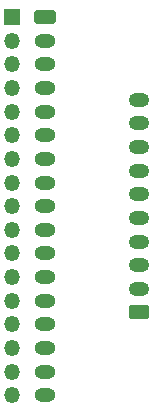
<source format=gbs>
G04 #@! TF.GenerationSoftware,KiCad,Pcbnew,(6.0.1)*
G04 #@! TF.CreationDate,2022-07-05T00:40:55-07:00*
G04 #@! TF.ProjectId,mu100-dit-connector-board,6d753130-302d-4646-9974-2d636f6e6e65,rev?*
G04 #@! TF.SameCoordinates,PX4a615b8PY2b4db18*
G04 #@! TF.FileFunction,Soldermask,Bot*
G04 #@! TF.FilePolarity,Negative*
%FSLAX46Y46*%
G04 Gerber Fmt 4.6, Leading zero omitted, Abs format (unit mm)*
G04 Created by KiCad (PCBNEW (6.0.1)) date 2022-07-05 00:40:55*
%MOMM*%
%LPD*%
G01*
G04 APERTURE LIST*
G04 Aperture macros list*
%AMRoundRect*
4,1,4,2,3,4,5,6,7,8,9,2,3,0*
1,1,$1,$2,$3*
1,1,$1,$2,$3*
1,1,$1,$2,$3*
1,1,$1,$2,$3*
20,1,$1,$2,$3,$4,$5,0*
20,1,$1,$2,$3,$4,$5,0*
20,1,$1,$2,$3,$4,$5,0*
20,1,$1,$2,$3,$4,$5,0*%
G04 Aperture macros list end*
%AMCOMP29*
4,1,3,
-0.65,0.35,
-0.65,-0.35,
0.65,-0.35,
0.65,0.35,
0*
4,1,19,
-0.65,0.6,
-0.57274575140626316,0.58776412907378839,
-0.50305368692688179,0.55225424859373684,
-0.44774575140626316,0.49694631307311826,
-0.41223587092621161,0.42725424859373684,
-0.4,0.35,
-0.41223587092621161,0.27274575140626311,
-0.44774575140626316,0.20305368692688172,
-0.50305368692688168,0.14774575140626314,
-0.57274575140626316,0.1122358709262116,
-0.65,0.099999999999999978,
-0.727254248593737,0.1122358709262116,
-0.79694631307311825,0.14774575140626309,
-0.85225424859373689,0.20305368692688167,
-0.88776412907378843,0.27274575140626311,
-0.9,0.34999999999999992,
-0.88776412907378843,0.42725424859373679,
-0.85225424859373689,0.49694631307311821,
-0.79694631307311836,0.55225424859373684,
-0.72725424859373689,0.58776412907378839,
0*
4,1,19,
-0.65,-0.099999999999999978,
-0.57274575140626316,-0.1122358709262116,
-0.50305368692688179,-0.14774575140626311,
-0.44774575140626316,-0.20305368692688169,
-0.41223587092621161,-0.27274575140626311,
-0.4,-0.35,
-0.41223587092621161,-0.42725424859373684,
-0.44774575140626316,-0.49694631307311821,
-0.50305368692688168,-0.55225424859373684,
-0.57274575140626316,-0.58776412907378839,
-0.65,-0.6,
-0.727254248593737,-0.58776412907378839,
-0.79694631307311825,-0.55225424859373684,
-0.85225424859373689,-0.49694631307311832,
-0.88776412907378843,-0.42725424859373684,
-0.9,-0.35000000000000003,
-0.88776412907378843,-0.27274575140626317,
-0.85225424859373689,-0.20305368692688175,
-0.79694631307311836,-0.14774575140626314,
-0.72725424859373689,-0.1122358709262116,
0*
4,1,19,
0.65,-0.099999999999999978,
0.72725424859373689,-0.1122358709262116,
0.79694631307311825,-0.14774575140626311,
0.85225424859373689,-0.20305368692688169,
0.88776412907378843,-0.27274575140626311,
0.9,-0.35,
0.88776412907378843,-0.42725424859373684,
0.85225424859373689,-0.49694631307311821,
0.79694631307311836,-0.55225424859373684,
0.72725424859373689,-0.58776412907378839,
0.65,-0.6,
0.572745751406263,-0.58776412907378839,
0.50305368692688179,-0.55225424859373684,
0.44774575140626316,-0.49694631307311832,
0.41223587092621161,-0.42725424859373684,
0.4,-0.35000000000000003,
0.41223587092621161,-0.27274575140626317,
0.44774575140626316,-0.20305368692688175,
0.50305368692688168,-0.14774575140626314,
0.57274575140626316,-0.1122358709262116,
0*
4,1,19,
0.65,0.6,
0.72725424859373689,0.58776412907378839,
0.79694631307311825,0.55225424859373684,
0.85225424859373689,0.49694631307311826,
0.88776412907378843,0.42725424859373684,
0.9,0.35,
0.88776412907378843,0.27274575140626311,
0.85225424859373689,0.20305368692688172,
0.79694631307311836,0.14774575140626314,
0.72725424859373689,0.1122358709262116,
0.65,0.099999999999999978,
0.572745751406263,0.1122358709262116,
0.50305368692688179,0.14774575140626309,
0.44774575140626316,0.20305368692688167,
0.41223587092621161,0.27274575140626311,
0.4,0.34999999999999992,
0.41223587092621161,0.42725424859373679,
0.44774575140626316,0.49694631307311821,
0.50305368692688168,0.55225424859373684,
0.57274575140626316,0.58776412907378839,
0*
4,1,3,
-0.9,0.35,
-0.4,0.35,
-0.4,-0.35,
-0.9,-0.35,
0*
4,1,3,
-0.65,-0.6,
-0.65,-0.099999999999999978,
0.65,-0.099999999999999978,
0.65,-0.6,
0*
4,1,3,
0.9,-0.35,
0.4,-0.35,
0.4,0.35,
0.9,0.35,
0*
4,1,3,
0.65,0.6,
0.65,0.099999999999999978,
-0.65,0.099999999999999978,
-0.65,0.6,
0*%
%ADD10COMP29,0.25X-0.65X0.35X-0.65X-0.35X0.65X-0.35X0.65X0.35X0*%
%ADD11O,1.8X1.2*%
%AMCOMP30*
4,1,3,
0.625,-0.35,
0.625,0.35,
-0.625,0.35,
-0.625,-0.35,
0*
4,1,19,
0.625,-0.099999999999999978,
0.70225424859373686,-0.1122358709262116,
0.77194631307311834,-0.14774575140626311,
0.82725424859373686,-0.20305368692688169,
0.86276412907378841,-0.27274575140626311,
0.875,-0.35,
0.86276412907378841,-0.42725424859373684,
0.82725424859373686,-0.49694631307311821,
0.77194631307311834,-0.55225424859373684,
0.70225424859373686,-0.58776412907378839,
0.625,-0.6,
0.547745751406263,-0.58776412907378839,
0.47805368692688177,-0.55225424859373684,
0.42274575140626314,-0.49694631307311832,
0.38723587092621159,-0.42725424859373684,
0.375,-0.35000000000000003,
0.38723587092621159,-0.27274575140626317,
0.42274575140626314,-0.20305368692688175,
0.47805368692688166,-0.14774575140626314,
0.54774575140626314,-0.1122358709262116,
0*
4,1,19,
0.625,0.6,
0.70225424859373686,0.58776412907378839,
0.77194631307311834,0.55225424859373684,
0.82725424859373686,0.49694631307311826,
0.86276412907378841,0.42725424859373684,
0.875,0.35,
0.86276412907378841,0.27274575140626311,
0.82725424859373686,0.20305368692688172,
0.77194631307311834,0.14774575140626314,
0.70225424859373686,0.1122358709262116,
0.625,0.099999999999999978,
0.547745751406263,0.1122358709262116,
0.47805368692688177,0.14774575140626309,
0.42274575140626314,0.20305368692688167,
0.38723587092621159,0.27274575140626311,
0.375,0.34999999999999992,
0.38723587092621159,0.42725424859373679,
0.42274575140626314,0.49694631307311821,
0.47805368692688166,0.55225424859373684,
0.54774575140626314,0.58776412907378839,
0*
4,1,19,
-0.625,0.6,
-0.54774575140626314,0.58776412907378839,
-0.47805368692688172,0.55225424859373684,
-0.42274575140626314,0.49694631307311826,
-0.38723587092621159,0.42725424859373684,
-0.375,0.35,
-0.38723587092621159,0.27274575140626311,
-0.42274575140626314,0.20305368692688172,
-0.47805368692688166,0.14774575140626314,
-0.54774575140626314,0.1122358709262116,
-0.625,0.099999999999999978,
-0.702254248593737,0.1122358709262116,
-0.77194631307311823,0.14774575140626309,
-0.82725424859373686,0.20305368692688167,
-0.86276412907378841,0.27274575140626311,
-0.875,0.34999999999999992,
-0.86276412907378841,0.42725424859373679,
-0.82725424859373686,0.49694631307311821,
-0.77194631307311834,0.55225424859373684,
-0.70225424859373686,0.58776412907378839,
0*
4,1,19,
-0.625,-0.099999999999999978,
-0.54774575140626314,-0.1122358709262116,
-0.47805368692688172,-0.14774575140626311,
-0.42274575140626314,-0.20305368692688169,
-0.38723587092621159,-0.27274575140626311,
-0.375,-0.35,
-0.38723587092621159,-0.42725424859373684,
-0.42274575140626314,-0.49694631307311821,
-0.47805368692688166,-0.55225424859373684,
-0.54774575140626314,-0.58776412907378839,
-0.625,-0.6,
-0.702254248593737,-0.58776412907378839,
-0.77194631307311823,-0.55225424859373684,
-0.82725424859373686,-0.49694631307311832,
-0.86276412907378841,-0.42725424859373684,
-0.875,-0.35000000000000003,
-0.86276412907378841,-0.27274575140626317,
-0.82725424859373686,-0.20305368692688175,
-0.77194631307311834,-0.14774575140626314,
-0.70225424859373686,-0.1122358709262116,
0*
4,1,3,
0.875,-0.35,
0.375,-0.35,
0.375,0.35,
0.875,0.35,
0*
4,1,3,
0.625,0.6,
0.625,0.099999999999999978,
-0.625,0.099999999999999978,
-0.625,0.6,
0*
4,1,3,
-0.875,0.35,
-0.375,0.35,
-0.375,-0.35,
-0.875,-0.35,
0*
4,1,3,
-0.625,-0.6,
-0.625,-0.099999999999999978,
0.625,-0.099999999999999978,
0.625,-0.6,
0*%
%ADD12COMP30,0.25X0.625X-0.35X0.625X0.35X-0.625X0.35X-0.625X-0.35X0*%
%ADD13O,1.75X1.2*%
%ADD14R,1.35X1.35*%
%ADD15O,1.35X1.35*%
G04 APERTURE END LIST*
D10*
X0059000000Y0040000000D02*
X0063855000Y0036165000D03*
D11*
X0063855000Y0034165000D03*
X0063855000Y0032165000D03*
X0063855000Y0030165000D03*
X0063855000Y0028165000D03*
X0063855000Y0026165000D03*
X0063855000Y0024165000D03*
X0063855000Y0022165000D03*
X0063855000Y0020165000D03*
X0063855000Y0018165000D03*
X0063855000Y0016165000D03*
X0063855000Y0014165000D03*
X0063855000Y0012165000D03*
X0063855000Y0010165000D03*
X0063855000Y0008164999D03*
X0063855000Y0006164999D03*
X0063855000Y0004164999D03*
D12*
X0071815000Y0011175000D03*
D13*
X0071815000Y0013175000D03*
X0071815000Y0015175000D03*
X0071815000Y0017175000D03*
X0071815000Y0019175000D03*
X0071815000Y0021175000D03*
X0071815000Y0023175000D03*
X0071815000Y0025175000D03*
X0071815000Y0027175000D03*
X0071815000Y0029175000D03*
D14*
X0060995000Y0036165000D03*
D15*
X0060995000Y0034165000D03*
X0060995000Y0032165000D03*
X0060995000Y0030165000D03*
X0060995000Y0028165000D03*
X0060995000Y0026165000D03*
X0060995000Y0024165000D03*
X0060995000Y0022165000D03*
X0060995000Y0020165000D03*
X0060995000Y0018165000D03*
X0060995000Y0016165000D03*
X0060995000Y0014165000D03*
X0060995000Y0012165000D03*
X0060995000Y0010165000D03*
X0060995000Y0008164999D03*
X0060995000Y0006164999D03*
X0060995000Y0004164999D03*
M02*
</source>
